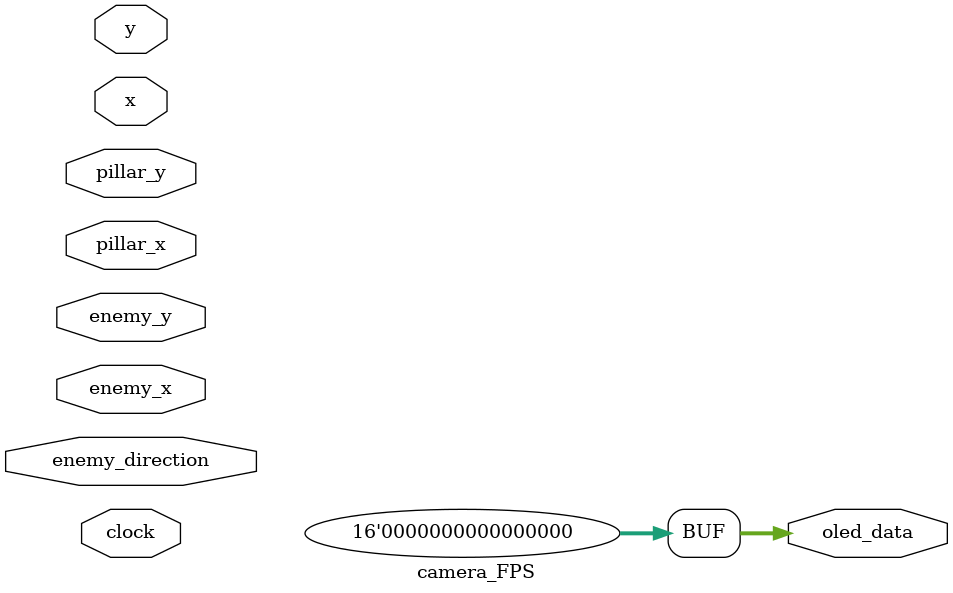
<source format=v>
`timescale 1ns / 1ps

//All positional inputs are relative to player perspective

//calculates size of object using distance-based projection
//renders objects using x for horizontal displacement and y distance for render order

module camera_FPS(
input clock,
input [7:0] enemy_x, enemy_y,
input [2:0] enemy_direction,
input [7:0] pillar_x, pillar_y,
//input [7:0] border_x, border_y,
input [12:0] x, y, //for OLED
output reg [15:0] oled_data = 0
    );
    
    reg [7:0] enemy_size, pilar_size;
    
    always @ (posedge clock) begin
        //find size multiplier for objects
        //enemy_size
        
            // Rotate translated position using the lookup values for 3 bit direction orientation
        // Note: Using 8-bit LUT values extended to 16 bits for calculation
        // The >> 7 operation is to normalize the result of the multiplication
//        rel_x <= ((trans_x * cos_theta) - (trans_y * sin_theta)) >>> 7;
//        rel_y <= ((trans_x * sin_theta) + (trans_y * cos_theta)) >>> 7;
    
        //enemy closer than pillar
//        if (enemy_y < pillar_y) begin
         
//        end
        
        //pillar closer than enemy
//        else begin
        
//        end
    end
endmodule

</source>
